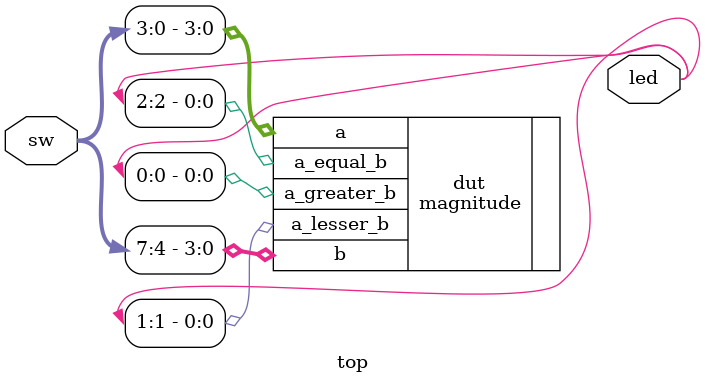
<source format=v>
`timescale 1ns / 1ps


module top(
input wire [7:0] sw,
output wire [2:0] led
    );
    
    magnitude dut(
    .a(sw[3:0]),
    .b(sw[7:4]),
    .a_greater_b(led[0]),
    .a_lesser_b(led[1]),
    .a_equal_b(led[2])
    
    );
endmodule

</source>
